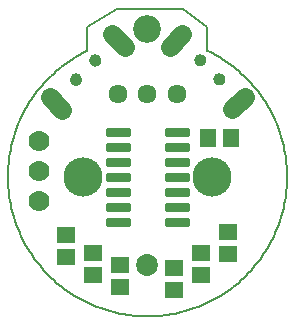
<source format=gbs>
G75*
%MOIN*%
%OFA0B0*%
%FSLAX25Y25*%
%IPPOS*%
%LPD*%
%AMOC8*
5,1,8,0,0,1.08239X$1,22.5*
%
%ADD10C,0.00600*%
%ADD11C,0.09258*%
%ADD12C,0.07309*%
%ADD13R,0.05518X0.06306*%
%ADD14C,0.07000*%
%ADD15R,0.06306X0.05518*%
%ADD16C,0.06337*%
%ADD17C,0.13061*%
%ADD18C,0.06337*%
%ADD19C,0.00000*%
%ADD20C,0.03943*%
%ADD21C,0.01552*%
D10*
X0031300Y0093300D02*
X0030276Y0092797D01*
X0029265Y0092269D01*
X0028267Y0091717D01*
X0027283Y0091140D01*
X0026314Y0090539D01*
X0025359Y0089915D01*
X0024420Y0089267D01*
X0023498Y0088597D01*
X0022591Y0087904D01*
X0021703Y0087189D01*
X0020832Y0086453D01*
X0019979Y0085695D01*
X0019145Y0084917D01*
X0018331Y0084118D01*
X0017536Y0083300D01*
X0016761Y0082463D01*
X0016008Y0081606D01*
X0015275Y0080732D01*
X0014565Y0079840D01*
X0013876Y0078931D01*
X0013210Y0078005D01*
X0012567Y0077063D01*
X0011947Y0076106D01*
X0011350Y0075133D01*
X0010778Y0074147D01*
X0010230Y0073146D01*
X0009707Y0072133D01*
X0009208Y0071107D01*
X0008735Y0070069D01*
X0008288Y0069020D01*
X0007867Y0067960D01*
X0007471Y0066890D01*
X0007102Y0065811D01*
X0006760Y0064723D01*
X0006444Y0063627D01*
X0006155Y0062523D01*
X0005894Y0061413D01*
X0005659Y0060297D01*
X0005452Y0059175D01*
X0005273Y0058049D01*
X0005122Y0056918D01*
X0004998Y0055784D01*
X0004902Y0054648D01*
X0004833Y0053509D01*
X0004793Y0052369D01*
X0004781Y0051229D01*
X0004797Y0050088D01*
X0004840Y0048948D01*
X0004912Y0047810D01*
X0005012Y0046674D01*
X0005139Y0045540D01*
X0005294Y0044410D01*
X0005477Y0043285D01*
X0005687Y0042163D01*
X0005925Y0041048D01*
X0006190Y0039938D01*
X0006482Y0038836D01*
X0006801Y0037741D01*
X0007147Y0036654D01*
X0007519Y0035576D01*
X0007918Y0034507D01*
X0008343Y0033449D01*
X0008793Y0032401D01*
X0009269Y0031364D01*
X0009771Y0030340D01*
X0010297Y0029328D01*
X0010848Y0028329D01*
X0011423Y0027344D01*
X0012023Y0026374D01*
X0012646Y0025418D01*
X0013292Y0024478D01*
X0013961Y0023555D01*
X0014652Y0022648D01*
X0015366Y0021758D01*
X0016101Y0020886D01*
X0016857Y0020032D01*
X0017634Y0019197D01*
X0018431Y0018381D01*
X0019248Y0017585D01*
X0020085Y0016809D01*
X0020940Y0016054D01*
X0021813Y0015321D01*
X0022704Y0014608D01*
X0023612Y0013918D01*
X0024537Y0013251D01*
X0025478Y0012606D01*
X0026434Y0011985D01*
X0027405Y0011387D01*
X0028391Y0010813D01*
X0029391Y0010263D01*
X0030403Y0009739D01*
X0031429Y0009239D01*
X0032466Y0008764D01*
X0033514Y0008315D01*
X0034574Y0007892D01*
X0035643Y0007495D01*
X0036722Y0007124D01*
X0037809Y0006780D01*
X0038905Y0006463D01*
X0040008Y0006172D01*
X0041117Y0005909D01*
X0042233Y0005673D01*
X0043355Y0005465D01*
X0044481Y0005284D01*
X0045611Y0005130D01*
X0046745Y0005005D01*
X0047881Y0004907D01*
X0049020Y0004837D01*
X0050159Y0004795D01*
X0051300Y0004781D01*
X0052441Y0004795D01*
X0053580Y0004837D01*
X0054719Y0004907D01*
X0055855Y0005005D01*
X0056989Y0005130D01*
X0058119Y0005284D01*
X0059245Y0005465D01*
X0060367Y0005673D01*
X0061483Y0005909D01*
X0062592Y0006172D01*
X0063695Y0006463D01*
X0064791Y0006780D01*
X0065878Y0007124D01*
X0066957Y0007495D01*
X0068026Y0007892D01*
X0069086Y0008315D01*
X0070134Y0008764D01*
X0071171Y0009239D01*
X0072197Y0009739D01*
X0073209Y0010263D01*
X0074209Y0010813D01*
X0075195Y0011387D01*
X0076166Y0011985D01*
X0077122Y0012606D01*
X0078063Y0013251D01*
X0078988Y0013918D01*
X0079896Y0014608D01*
X0080787Y0015321D01*
X0081660Y0016054D01*
X0082515Y0016809D01*
X0083352Y0017585D01*
X0084169Y0018381D01*
X0084966Y0019197D01*
X0085743Y0020032D01*
X0086499Y0020886D01*
X0087234Y0021758D01*
X0087948Y0022648D01*
X0088639Y0023555D01*
X0089308Y0024478D01*
X0089954Y0025418D01*
X0090577Y0026374D01*
X0091177Y0027344D01*
X0091752Y0028329D01*
X0092303Y0029328D01*
X0092829Y0030340D01*
X0093331Y0031364D01*
X0093807Y0032401D01*
X0094257Y0033449D01*
X0094682Y0034507D01*
X0095081Y0035576D01*
X0095453Y0036654D01*
X0095799Y0037741D01*
X0096118Y0038836D01*
X0096410Y0039938D01*
X0096675Y0041048D01*
X0096913Y0042163D01*
X0097123Y0043285D01*
X0097306Y0044410D01*
X0097461Y0045540D01*
X0097588Y0046674D01*
X0097688Y0047810D01*
X0097760Y0048948D01*
X0097803Y0050088D01*
X0097819Y0051229D01*
X0097807Y0052369D01*
X0097767Y0053509D01*
X0097698Y0054648D01*
X0097602Y0055784D01*
X0097478Y0056918D01*
X0097327Y0058049D01*
X0097148Y0059175D01*
X0096941Y0060297D01*
X0096706Y0061413D01*
X0096445Y0062523D01*
X0096156Y0063627D01*
X0095840Y0064723D01*
X0095498Y0065811D01*
X0095129Y0066890D01*
X0094733Y0067960D01*
X0094312Y0069020D01*
X0093865Y0070069D01*
X0093392Y0071107D01*
X0092893Y0072133D01*
X0092370Y0073146D01*
X0091822Y0074147D01*
X0091250Y0075133D01*
X0090653Y0076106D01*
X0090033Y0077063D01*
X0089390Y0078005D01*
X0088724Y0078931D01*
X0088035Y0079840D01*
X0087325Y0080732D01*
X0086592Y0081606D01*
X0085839Y0082463D01*
X0085064Y0083300D01*
X0084269Y0084118D01*
X0083455Y0084917D01*
X0082621Y0085695D01*
X0081768Y0086453D01*
X0080897Y0087189D01*
X0080009Y0087904D01*
X0079102Y0088597D01*
X0078180Y0089267D01*
X0077241Y0089915D01*
X0076286Y0090539D01*
X0075317Y0091140D01*
X0074333Y0091717D01*
X0073335Y0092269D01*
X0072324Y0092797D01*
X0071300Y0093300D01*
X0071300Y0101300D01*
X0063300Y0107300D01*
X0041300Y0107300D01*
X0031300Y0101300D01*
X0031300Y0093300D01*
D11*
X0051300Y0100670D03*
D12*
X0051300Y0021930D03*
D13*
X0071560Y0064300D03*
X0079040Y0064300D03*
D14*
X0015300Y0063300D03*
X0015300Y0053300D03*
X0015300Y0043300D03*
D15*
X0024300Y0024560D03*
X0024300Y0032040D03*
X0033300Y0026040D03*
X0033300Y0018560D03*
X0042300Y0022040D03*
X0042300Y0014560D03*
X0060300Y0013560D03*
X0060300Y0021040D03*
X0069300Y0018560D03*
X0069300Y0026040D03*
X0078300Y0025560D03*
X0078300Y0033040D03*
D16*
X0061143Y0078859D03*
X0051300Y0078859D03*
X0041457Y0078859D03*
D17*
X0029646Y0051300D03*
X0072954Y0051300D03*
D18*
X0079611Y0073853D02*
X0083809Y0078051D01*
X0062930Y0098930D02*
X0058732Y0094732D01*
X0043747Y0094611D02*
X0039549Y0098809D01*
X0018670Y0077930D02*
X0022868Y0073732D01*
D19*
X0025550Y0083754D02*
X0025552Y0083838D01*
X0025558Y0083921D01*
X0025568Y0084004D01*
X0025582Y0084087D01*
X0025599Y0084169D01*
X0025621Y0084250D01*
X0025646Y0084329D01*
X0025675Y0084408D01*
X0025708Y0084485D01*
X0025744Y0084560D01*
X0025784Y0084634D01*
X0025827Y0084706D01*
X0025874Y0084775D01*
X0025924Y0084842D01*
X0025977Y0084907D01*
X0026033Y0084969D01*
X0026091Y0085029D01*
X0026153Y0085086D01*
X0026217Y0085139D01*
X0026284Y0085190D01*
X0026353Y0085237D01*
X0026424Y0085282D01*
X0026497Y0085322D01*
X0026572Y0085359D01*
X0026649Y0085393D01*
X0026727Y0085423D01*
X0026806Y0085449D01*
X0026887Y0085472D01*
X0026969Y0085490D01*
X0027051Y0085505D01*
X0027134Y0085516D01*
X0027217Y0085523D01*
X0027301Y0085526D01*
X0027385Y0085525D01*
X0027468Y0085520D01*
X0027552Y0085511D01*
X0027634Y0085498D01*
X0027716Y0085482D01*
X0027797Y0085461D01*
X0027878Y0085437D01*
X0027956Y0085409D01*
X0028034Y0085377D01*
X0028110Y0085341D01*
X0028184Y0085302D01*
X0028256Y0085260D01*
X0028326Y0085214D01*
X0028394Y0085165D01*
X0028459Y0085113D01*
X0028522Y0085058D01*
X0028582Y0085000D01*
X0028640Y0084939D01*
X0028694Y0084875D01*
X0028746Y0084809D01*
X0028794Y0084741D01*
X0028839Y0084670D01*
X0028880Y0084597D01*
X0028919Y0084523D01*
X0028953Y0084447D01*
X0028984Y0084369D01*
X0029011Y0084290D01*
X0029035Y0084209D01*
X0029054Y0084128D01*
X0029070Y0084046D01*
X0029082Y0083963D01*
X0029090Y0083879D01*
X0029094Y0083796D01*
X0029094Y0083712D01*
X0029090Y0083629D01*
X0029082Y0083545D01*
X0029070Y0083462D01*
X0029054Y0083380D01*
X0029035Y0083299D01*
X0029011Y0083218D01*
X0028984Y0083139D01*
X0028953Y0083061D01*
X0028919Y0082985D01*
X0028880Y0082911D01*
X0028839Y0082838D01*
X0028794Y0082767D01*
X0028746Y0082699D01*
X0028694Y0082633D01*
X0028640Y0082569D01*
X0028582Y0082508D01*
X0028522Y0082450D01*
X0028459Y0082395D01*
X0028394Y0082343D01*
X0028326Y0082294D01*
X0028256Y0082248D01*
X0028184Y0082206D01*
X0028110Y0082167D01*
X0028034Y0082131D01*
X0027956Y0082099D01*
X0027878Y0082071D01*
X0027797Y0082047D01*
X0027716Y0082026D01*
X0027634Y0082010D01*
X0027552Y0081997D01*
X0027468Y0081988D01*
X0027385Y0081983D01*
X0027301Y0081982D01*
X0027217Y0081985D01*
X0027134Y0081992D01*
X0027051Y0082003D01*
X0026969Y0082018D01*
X0026887Y0082036D01*
X0026806Y0082059D01*
X0026727Y0082085D01*
X0026649Y0082115D01*
X0026572Y0082149D01*
X0026497Y0082186D01*
X0026424Y0082226D01*
X0026353Y0082271D01*
X0026284Y0082318D01*
X0026217Y0082369D01*
X0026153Y0082422D01*
X0026091Y0082479D01*
X0026033Y0082539D01*
X0025977Y0082601D01*
X0025924Y0082666D01*
X0025874Y0082733D01*
X0025827Y0082802D01*
X0025784Y0082874D01*
X0025744Y0082948D01*
X0025708Y0083023D01*
X0025675Y0083100D01*
X0025646Y0083179D01*
X0025621Y0083258D01*
X0025599Y0083339D01*
X0025582Y0083421D01*
X0025568Y0083504D01*
X0025558Y0083587D01*
X0025552Y0083670D01*
X0025550Y0083754D01*
X0031953Y0090157D02*
X0031955Y0090241D01*
X0031961Y0090324D01*
X0031971Y0090407D01*
X0031985Y0090490D01*
X0032002Y0090572D01*
X0032024Y0090653D01*
X0032049Y0090732D01*
X0032078Y0090811D01*
X0032111Y0090888D01*
X0032147Y0090963D01*
X0032187Y0091037D01*
X0032230Y0091109D01*
X0032277Y0091178D01*
X0032327Y0091245D01*
X0032380Y0091310D01*
X0032436Y0091372D01*
X0032494Y0091432D01*
X0032556Y0091489D01*
X0032620Y0091542D01*
X0032687Y0091593D01*
X0032756Y0091640D01*
X0032827Y0091685D01*
X0032900Y0091725D01*
X0032975Y0091762D01*
X0033052Y0091796D01*
X0033130Y0091826D01*
X0033209Y0091852D01*
X0033290Y0091875D01*
X0033372Y0091893D01*
X0033454Y0091908D01*
X0033537Y0091919D01*
X0033620Y0091926D01*
X0033704Y0091929D01*
X0033788Y0091928D01*
X0033871Y0091923D01*
X0033955Y0091914D01*
X0034037Y0091901D01*
X0034119Y0091885D01*
X0034200Y0091864D01*
X0034281Y0091840D01*
X0034359Y0091812D01*
X0034437Y0091780D01*
X0034513Y0091744D01*
X0034587Y0091705D01*
X0034659Y0091663D01*
X0034729Y0091617D01*
X0034797Y0091568D01*
X0034862Y0091516D01*
X0034925Y0091461D01*
X0034985Y0091403D01*
X0035043Y0091342D01*
X0035097Y0091278D01*
X0035149Y0091212D01*
X0035197Y0091144D01*
X0035242Y0091073D01*
X0035283Y0091000D01*
X0035322Y0090926D01*
X0035356Y0090850D01*
X0035387Y0090772D01*
X0035414Y0090693D01*
X0035438Y0090612D01*
X0035457Y0090531D01*
X0035473Y0090449D01*
X0035485Y0090366D01*
X0035493Y0090282D01*
X0035497Y0090199D01*
X0035497Y0090115D01*
X0035493Y0090032D01*
X0035485Y0089948D01*
X0035473Y0089865D01*
X0035457Y0089783D01*
X0035438Y0089702D01*
X0035414Y0089621D01*
X0035387Y0089542D01*
X0035356Y0089464D01*
X0035322Y0089388D01*
X0035283Y0089314D01*
X0035242Y0089241D01*
X0035197Y0089170D01*
X0035149Y0089102D01*
X0035097Y0089036D01*
X0035043Y0088972D01*
X0034985Y0088911D01*
X0034925Y0088853D01*
X0034862Y0088798D01*
X0034797Y0088746D01*
X0034729Y0088697D01*
X0034659Y0088651D01*
X0034587Y0088609D01*
X0034513Y0088570D01*
X0034437Y0088534D01*
X0034359Y0088502D01*
X0034281Y0088474D01*
X0034200Y0088450D01*
X0034119Y0088429D01*
X0034037Y0088413D01*
X0033955Y0088400D01*
X0033871Y0088391D01*
X0033788Y0088386D01*
X0033704Y0088385D01*
X0033620Y0088388D01*
X0033537Y0088395D01*
X0033454Y0088406D01*
X0033372Y0088421D01*
X0033290Y0088439D01*
X0033209Y0088462D01*
X0033130Y0088488D01*
X0033052Y0088518D01*
X0032975Y0088552D01*
X0032900Y0088589D01*
X0032827Y0088629D01*
X0032756Y0088674D01*
X0032687Y0088721D01*
X0032620Y0088772D01*
X0032556Y0088825D01*
X0032494Y0088882D01*
X0032436Y0088942D01*
X0032380Y0089004D01*
X0032327Y0089069D01*
X0032277Y0089136D01*
X0032230Y0089205D01*
X0032187Y0089277D01*
X0032147Y0089351D01*
X0032111Y0089426D01*
X0032078Y0089503D01*
X0032049Y0089582D01*
X0032024Y0089661D01*
X0032002Y0089742D01*
X0031985Y0089824D01*
X0031971Y0089907D01*
X0031961Y0089990D01*
X0031955Y0090073D01*
X0031953Y0090157D01*
X0066982Y0090278D02*
X0066984Y0090362D01*
X0066990Y0090445D01*
X0067000Y0090528D01*
X0067014Y0090611D01*
X0067031Y0090693D01*
X0067053Y0090774D01*
X0067078Y0090853D01*
X0067107Y0090932D01*
X0067140Y0091009D01*
X0067176Y0091084D01*
X0067216Y0091158D01*
X0067259Y0091230D01*
X0067306Y0091299D01*
X0067356Y0091366D01*
X0067409Y0091431D01*
X0067465Y0091493D01*
X0067523Y0091553D01*
X0067585Y0091610D01*
X0067649Y0091663D01*
X0067716Y0091714D01*
X0067785Y0091761D01*
X0067856Y0091806D01*
X0067929Y0091846D01*
X0068004Y0091883D01*
X0068081Y0091917D01*
X0068159Y0091947D01*
X0068238Y0091973D01*
X0068319Y0091996D01*
X0068401Y0092014D01*
X0068483Y0092029D01*
X0068566Y0092040D01*
X0068649Y0092047D01*
X0068733Y0092050D01*
X0068817Y0092049D01*
X0068900Y0092044D01*
X0068984Y0092035D01*
X0069066Y0092022D01*
X0069148Y0092006D01*
X0069229Y0091985D01*
X0069310Y0091961D01*
X0069388Y0091933D01*
X0069466Y0091901D01*
X0069542Y0091865D01*
X0069616Y0091826D01*
X0069688Y0091784D01*
X0069758Y0091738D01*
X0069826Y0091689D01*
X0069891Y0091637D01*
X0069954Y0091582D01*
X0070014Y0091524D01*
X0070072Y0091463D01*
X0070126Y0091399D01*
X0070178Y0091333D01*
X0070226Y0091265D01*
X0070271Y0091194D01*
X0070312Y0091121D01*
X0070351Y0091047D01*
X0070385Y0090971D01*
X0070416Y0090893D01*
X0070443Y0090814D01*
X0070467Y0090733D01*
X0070486Y0090652D01*
X0070502Y0090570D01*
X0070514Y0090487D01*
X0070522Y0090403D01*
X0070526Y0090320D01*
X0070526Y0090236D01*
X0070522Y0090153D01*
X0070514Y0090069D01*
X0070502Y0089986D01*
X0070486Y0089904D01*
X0070467Y0089823D01*
X0070443Y0089742D01*
X0070416Y0089663D01*
X0070385Y0089585D01*
X0070351Y0089509D01*
X0070312Y0089435D01*
X0070271Y0089362D01*
X0070226Y0089291D01*
X0070178Y0089223D01*
X0070126Y0089157D01*
X0070072Y0089093D01*
X0070014Y0089032D01*
X0069954Y0088974D01*
X0069891Y0088919D01*
X0069826Y0088867D01*
X0069758Y0088818D01*
X0069688Y0088772D01*
X0069616Y0088730D01*
X0069542Y0088691D01*
X0069466Y0088655D01*
X0069388Y0088623D01*
X0069310Y0088595D01*
X0069229Y0088571D01*
X0069148Y0088550D01*
X0069066Y0088534D01*
X0068984Y0088521D01*
X0068900Y0088512D01*
X0068817Y0088507D01*
X0068733Y0088506D01*
X0068649Y0088509D01*
X0068566Y0088516D01*
X0068483Y0088527D01*
X0068401Y0088542D01*
X0068319Y0088560D01*
X0068238Y0088583D01*
X0068159Y0088609D01*
X0068081Y0088639D01*
X0068004Y0088673D01*
X0067929Y0088710D01*
X0067856Y0088750D01*
X0067785Y0088795D01*
X0067716Y0088842D01*
X0067649Y0088893D01*
X0067585Y0088946D01*
X0067523Y0089003D01*
X0067465Y0089063D01*
X0067409Y0089125D01*
X0067356Y0089190D01*
X0067306Y0089257D01*
X0067259Y0089326D01*
X0067216Y0089398D01*
X0067176Y0089472D01*
X0067140Y0089547D01*
X0067107Y0089624D01*
X0067078Y0089703D01*
X0067053Y0089782D01*
X0067031Y0089863D01*
X0067014Y0089945D01*
X0067000Y0090028D01*
X0066990Y0090111D01*
X0066984Y0090194D01*
X0066982Y0090278D01*
X0073385Y0083875D02*
X0073387Y0083959D01*
X0073393Y0084042D01*
X0073403Y0084125D01*
X0073417Y0084208D01*
X0073434Y0084290D01*
X0073456Y0084371D01*
X0073481Y0084450D01*
X0073510Y0084529D01*
X0073543Y0084606D01*
X0073579Y0084681D01*
X0073619Y0084755D01*
X0073662Y0084827D01*
X0073709Y0084896D01*
X0073759Y0084963D01*
X0073812Y0085028D01*
X0073868Y0085090D01*
X0073926Y0085150D01*
X0073988Y0085207D01*
X0074052Y0085260D01*
X0074119Y0085311D01*
X0074188Y0085358D01*
X0074259Y0085403D01*
X0074332Y0085443D01*
X0074407Y0085480D01*
X0074484Y0085514D01*
X0074562Y0085544D01*
X0074641Y0085570D01*
X0074722Y0085593D01*
X0074804Y0085611D01*
X0074886Y0085626D01*
X0074969Y0085637D01*
X0075052Y0085644D01*
X0075136Y0085647D01*
X0075220Y0085646D01*
X0075303Y0085641D01*
X0075387Y0085632D01*
X0075469Y0085619D01*
X0075551Y0085603D01*
X0075632Y0085582D01*
X0075713Y0085558D01*
X0075791Y0085530D01*
X0075869Y0085498D01*
X0075945Y0085462D01*
X0076019Y0085423D01*
X0076091Y0085381D01*
X0076161Y0085335D01*
X0076229Y0085286D01*
X0076294Y0085234D01*
X0076357Y0085179D01*
X0076417Y0085121D01*
X0076475Y0085060D01*
X0076529Y0084996D01*
X0076581Y0084930D01*
X0076629Y0084862D01*
X0076674Y0084791D01*
X0076715Y0084718D01*
X0076754Y0084644D01*
X0076788Y0084568D01*
X0076819Y0084490D01*
X0076846Y0084411D01*
X0076870Y0084330D01*
X0076889Y0084249D01*
X0076905Y0084167D01*
X0076917Y0084084D01*
X0076925Y0084000D01*
X0076929Y0083917D01*
X0076929Y0083833D01*
X0076925Y0083750D01*
X0076917Y0083666D01*
X0076905Y0083583D01*
X0076889Y0083501D01*
X0076870Y0083420D01*
X0076846Y0083339D01*
X0076819Y0083260D01*
X0076788Y0083182D01*
X0076754Y0083106D01*
X0076715Y0083032D01*
X0076674Y0082959D01*
X0076629Y0082888D01*
X0076581Y0082820D01*
X0076529Y0082754D01*
X0076475Y0082690D01*
X0076417Y0082629D01*
X0076357Y0082571D01*
X0076294Y0082516D01*
X0076229Y0082464D01*
X0076161Y0082415D01*
X0076091Y0082369D01*
X0076019Y0082327D01*
X0075945Y0082288D01*
X0075869Y0082252D01*
X0075791Y0082220D01*
X0075713Y0082192D01*
X0075632Y0082168D01*
X0075551Y0082147D01*
X0075469Y0082131D01*
X0075387Y0082118D01*
X0075303Y0082109D01*
X0075220Y0082104D01*
X0075136Y0082103D01*
X0075052Y0082106D01*
X0074969Y0082113D01*
X0074886Y0082124D01*
X0074804Y0082139D01*
X0074722Y0082157D01*
X0074641Y0082180D01*
X0074562Y0082206D01*
X0074484Y0082236D01*
X0074407Y0082270D01*
X0074332Y0082307D01*
X0074259Y0082347D01*
X0074188Y0082392D01*
X0074119Y0082439D01*
X0074052Y0082490D01*
X0073988Y0082543D01*
X0073926Y0082600D01*
X0073868Y0082660D01*
X0073812Y0082722D01*
X0073759Y0082787D01*
X0073709Y0082854D01*
X0073662Y0082923D01*
X0073619Y0082995D01*
X0073579Y0083069D01*
X0073543Y0083144D01*
X0073510Y0083221D01*
X0073481Y0083300D01*
X0073456Y0083379D01*
X0073434Y0083460D01*
X0073417Y0083542D01*
X0073403Y0083625D01*
X0073393Y0083708D01*
X0073387Y0083791D01*
X0073385Y0083875D01*
D20*
X0075157Y0083875D03*
X0068754Y0090278D03*
X0033725Y0090157D03*
X0027322Y0083754D03*
D21*
X0038274Y0066885D02*
X0044798Y0066885D01*
X0044798Y0065715D01*
X0038274Y0065715D01*
X0038274Y0066885D01*
X0038274Y0061885D02*
X0044798Y0061885D01*
X0044798Y0060715D01*
X0038274Y0060715D01*
X0038274Y0061885D01*
X0038274Y0056885D02*
X0044798Y0056885D01*
X0044798Y0055715D01*
X0038274Y0055715D01*
X0038274Y0056885D01*
X0038274Y0051885D02*
X0044798Y0051885D01*
X0044798Y0050715D01*
X0038274Y0050715D01*
X0038274Y0051885D01*
X0038274Y0046885D02*
X0044798Y0046885D01*
X0044798Y0045715D01*
X0038274Y0045715D01*
X0038274Y0046885D01*
X0038274Y0041885D02*
X0044798Y0041885D01*
X0044798Y0040715D01*
X0038274Y0040715D01*
X0038274Y0041885D01*
X0038274Y0036885D02*
X0044798Y0036885D01*
X0044798Y0035715D01*
X0038274Y0035715D01*
X0038274Y0036885D01*
X0057802Y0036885D02*
X0064326Y0036885D01*
X0064326Y0035715D01*
X0057802Y0035715D01*
X0057802Y0036885D01*
X0057802Y0041885D02*
X0064326Y0041885D01*
X0064326Y0040715D01*
X0057802Y0040715D01*
X0057802Y0041885D01*
X0057802Y0046885D02*
X0064326Y0046885D01*
X0064326Y0045715D01*
X0057802Y0045715D01*
X0057802Y0046885D01*
X0057802Y0051885D02*
X0064326Y0051885D01*
X0064326Y0050715D01*
X0057802Y0050715D01*
X0057802Y0051885D01*
X0057802Y0056885D02*
X0064326Y0056885D01*
X0064326Y0055715D01*
X0057802Y0055715D01*
X0057802Y0056885D01*
X0057802Y0061885D02*
X0064326Y0061885D01*
X0064326Y0060715D01*
X0057802Y0060715D01*
X0057802Y0061885D01*
X0057802Y0066885D02*
X0064326Y0066885D01*
X0064326Y0065715D01*
X0057802Y0065715D01*
X0057802Y0066885D01*
M02*

</source>
